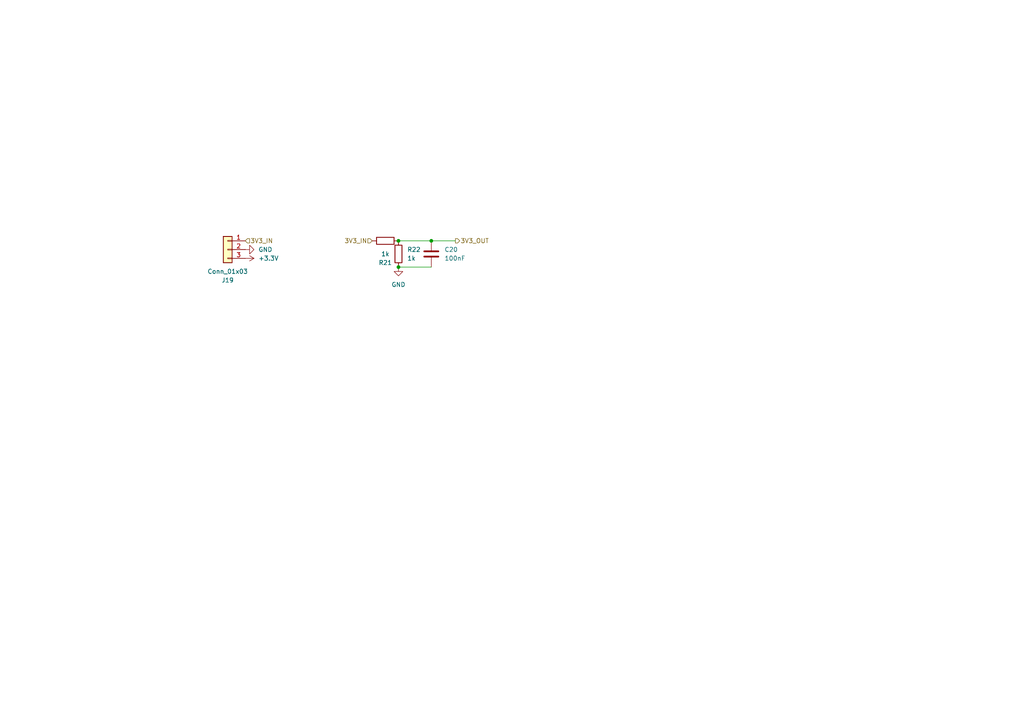
<source format=kicad_sch>
(kicad_sch (version 20250114) (generator "eeschema") (generator_version "9.0")
  (paper "A4")
  (lib_symbols
    (symbol "Connector_Generic:Conn_01x03" (pin_names (offset 1.016) (hide yes))
      (property "Reference" "J" (at 0 5.08 0))
      (property "Value" "Conn_01x03" (at 0 -5.08 0))
      (symbol "Conn_01x03_1_1"
        (rectangle (start -1.27 3.81) (end 1.27 -3.81) (stroke (width 0.254)) (fill (type background)))
        (rectangle (start -1.27 2.667) (end 0 2.413) (stroke (width 0.1524)))
        (rectangle (start -1.27 0.127) (end 0 -0.127) (stroke (width 0.1524)))
        (rectangle (start -1.27 -2.413) (end 0 -2.667) (stroke (width 0.1524)))
        (pin passive line (at -5.08 2.54 0) (length 3.81) (name "Pin_1") (number "1"))
        (pin passive line (at -5.08 0 0) (length 3.81) (name "Pin_2") (number "2"))
        (pin passive line (at -5.08 -2.54 0) (length 3.81) (name "Pin_3") (number "3"))
      )
    )
    (symbol "Device:C" (pin_numbers (hide yes)) (pin_names (offset 0.254))
      (property "Reference" "C" (at 0.635 2.54 0))
      (property "Value" "C" (at 0.635 -2.54 0))
      (symbol "C_0_1"
        (polyline (pts (xy -2.032 0.762) (xy 2.032 0.762)) (stroke (width 0.508)))
        (polyline (pts (xy -2.032 -0.762) (xy 2.032 -0.762)) (stroke (width 0.508)))
      )
      (symbol "C_1_1"
        (pin passive line (at 0 3.81 270) (length 2.794) (name "~") (number "1"))
        (pin passive line (at 0 -3.81 90) (length 2.794) (name "~") (number "2"))
      )
    )
    (symbol "Device:R" (pin_numbers (hide yes)) (pin_names (offset 0))
      (property "Reference" "R" (at 2.032 0 90))
      (property "Value" "R" (at 0 0 90))
      (symbol "R_0_1"
        (rectangle (start -1.016 -2.54) (end 1.016 2.54) (stroke (width 0.254)))
      )
      (symbol "R_1_1"
        (pin passive line (at 0 3.81 270) (length 1.27) (name "~") (number "1"))
        (pin passive line (at 0 -3.81 90) (length 1.27) (name "~") (number "2"))
      )
    )
    (symbol "power:+3.3V" (power) (pin_numbers (hide yes)) (pin_names (offset 0) (hide yes))
      (property "Value" "+3.3V" (at 0 3.556 0))
      (symbol "+3.3V_0_1"
        (polyline (pts (xy -0.762 1.27) (xy 0 2.54)))
        (polyline (pts (xy 0 2.54) (xy 0.762 1.27)))
        (polyline (pts (xy 0 0) (xy 0 2.54)))
      )
      (symbol "+3.3V_1_1"
        (pin power_in line (at 0 0 90) (length 0) (name "~") (number "1"))
      )
    )
    (symbol "power:GND" (power) (pin_numbers (hide yes)) (pin_names (offset 0) (hide yes))
      (property "Value" "GND" (at 0 -3.81 0))
      (symbol "GND_0_1"
        (polyline (pts (xy 0 0) (xy 0 -1.27) (xy 1.27 -1.27) (xy 0 -2.54) (xy -1.27 -1.27) (xy 0 -1.27)))
      )
      (symbol "GND_1_1"
        (pin power_in line (at 0 0 270) (length 0) (name "~") (number "1"))
      )
    )
  )
  (junction (at 115.57 69.85))
  (junction (at 125.095 69.85))
  (junction (at 115.57 77.47))
  (wire (pts (xy 115.57 77.47) (xy 125.095 77.47)))
  (wire (pts (xy 125.095 69.85) (xy 132.08 69.85)))
  (wire (pts (xy 125.095 69.85) (xy 115.57 69.85)))
  (hierarchical_label "3V3_IN" (shape input) (at 107.95 69.85 180))
  (hierarchical_label "3V3_OUT" (shape output) (at 132.08 69.85 0))
  (hierarchical_label "3V3_IN" (shape input) (at 71.12 69.85 0))
  (symbol (lib_id "Connector_Generic:Conn_01x03") (at 66.04 72.39 0) (mirror y) (unit 1)
    (property "Reference" "J19" (at 66.04 81.28 0))
    (property "Value" "Conn_01x03" (at 66.04 78.74 0))
    (property "Footprint" "Connector_JST:JST_XH_B3B-XH-A_1x03_P2.50mm_Vertical" (effects (hide yes)))
    (property "Description" "Generic connector, single row, 01x03, script generated (kicad-library-utils/schlib/autogen/connector/)" (effects (hide yes)))
  )
  (symbol (lib_id "power:GND") (at 71.12 72.39 90) (mirror x) (unit 1)
    (property "Reference" "#PWR058" (effects (hide yes)))
    (property "Value" "GND" (at 74.93 72.3901 90) (effects (justify right)))
    (property "Description" "Power symbol creates a global label with name \"GND\" , ground" (effects (hide yes)))
  )
  (symbol (lib_id "Device:R") (at 115.57 73.66 180) (unit 1)
    (property "Reference" "R22" (at 118.11 72.3899 0) (effects (justify right)))
    (property "Value" "1k" (at 118.11 74.9299 0) (effects (justify right)))
    (property "Footprint" "RMC_Resistor:R_0805_2012Metric_Pad1.20x1.40mm_HandSolder_L" (effects (hide yes)))
    (property "Description" "Resistor" (effects (hide yes)))
  )
  (symbol (lib_id "Device:C") (at 125.095 73.66 180) (unit 1)
    (property "Reference" "C20" (at 128.905 72.3899 0) (effects (justify right)))
    (property "Value" "100nF" (at 128.905 74.9299 0) (effects (justify right)))
    (property "Footprint" "RMC_Capacitor:C_0805_2012Metric_Pad1.18x1.45mm_HandSolder_L" (effects (hide yes)))
    (property "Description" "Unpolarized capacitor" (effects (hide yes)))
  )
  (symbol (lib_id "power:GND") (at 115.57 77.47 0) (unit 1)
    (property "Reference" "#PWR060" (effects (hide yes)))
    (property "Value" "GND" (at 115.57 82.55 0))
    (property "Description" "Power symbol creates a global label with name \"GND\" , ground" (effects (hide yes)))
  )
  (symbol (lib_id "Device:R") (at 111.76 69.85 90) (mirror x) (unit 1)
    (property "Reference" "R21" (at 111.76 76.2 90))
    (property "Value" "1k" (at 111.76 73.66 90))
    (property "Footprint" "RMC_Resistor:R_0805_2012Metric_Pad1.20x1.40mm_HandSolder_L" (effects (hide yes)))
    (property "Description" "Resistor" (effects (hide yes)))
  )
  (symbol (lib_id "power:+3.3V") (at 71.12 74.93 270) (unit 1)
    (property "Reference" "#PWR059" (effects (hide yes)))
    (property "Value" "+3.3V" (at 74.93 74.9299 90) (effects (justify left)))
    (property "Description" "Power symbol creates a global label with name \"+3.3V\"" (effects (hide yes)))
  )
)
</source>
